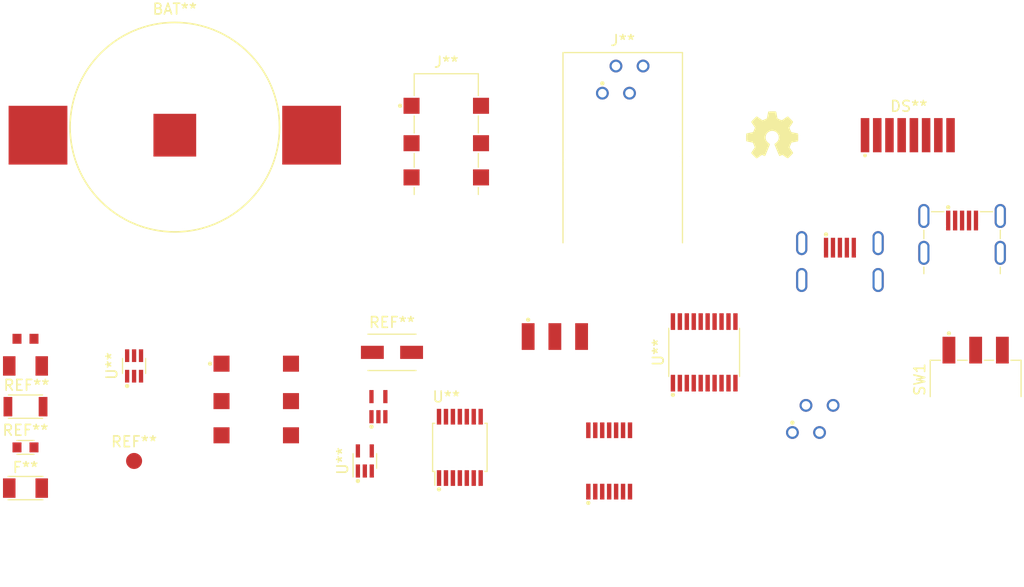
<source format=kicad_pcb>
(kicad_pcb (version 4) (host pcbnew 4.0.2+e4-6225~38~ubuntu16.04.1-stable)

  (general
    (links 0)
    (no_connects 0)
    (area 13.100238 12.475 111.405001 69.6058)
    (thickness 1.6)
    (drawings 0)
    (tracks 0)
    (zones 0)
    (modules 24)
    (nets 1)
  )

  (page A4)
  (title_block
    (title "Showcase for component footprints")
    (date 2016-10-02)
    (rev 1.0.0)
    (company iocapa)
    (comment 1 "Various footprints in the library")
  )

  (layers
    (0 F.Cu signal)
    (31 B.Cu signal)
    (32 B.Adhes user)
    (33 F.Adhes user)
    (34 B.Paste user)
    (35 F.Paste user)
    (36 B.SilkS user)
    (37 F.SilkS user)
    (38 B.Mask user)
    (39 F.Mask user)
    (40 Dwgs.User user)
    (41 Cmts.User user)
    (42 Eco1.User user)
    (43 Eco2.User user)
    (44 Edge.Cuts user)
    (45 Margin user)
    (46 B.CrtYd user)
    (47 F.CrtYd user)
    (48 B.Fab user)
    (49 F.Fab user)
  )

  (setup
    (last_trace_width 0.25)
    (trace_clearance 0.2)
    (zone_clearance 0.508)
    (zone_45_only no)
    (trace_min 0.2)
    (segment_width 0.2)
    (edge_width 0.15)
    (via_size 0.6)
    (via_drill 0.4)
    (via_min_size 0.4)
    (via_min_drill 0.3)
    (uvia_size 0.3)
    (uvia_drill 0.1)
    (uvias_allowed no)
    (uvia_min_size 0.2)
    (uvia_min_drill 0.1)
    (pcb_text_width 0.3)
    (pcb_text_size 1.5 1.5)
    (mod_edge_width 0.15)
    (mod_text_size 1 1)
    (mod_text_width 0.15)
    (pad_size 1.524 1.524)
    (pad_drill 0.762)
    (pad_to_mask_clearance 0.2)
    (aux_axis_origin 0 0)
    (visible_elements FFFFFF7F)
    (pcbplotparams
      (layerselection 0x00030_80000001)
      (usegerberextensions false)
      (excludeedgelayer true)
      (linewidth 0.100000)
      (plotframeref false)
      (viasonmask false)
      (mode 1)
      (useauxorigin false)
      (hpglpennumber 1)
      (hpglpenspeed 20)
      (hpglpendiameter 15)
      (hpglpenoverlay 2)
      (psnegative false)
      (psa4output false)
      (plotreference true)
      (plotvalue true)
      (plotinvisibletext false)
      (padsonsilk false)
      (subtractmaskfromsilk false)
      (outputformat 1)
      (mirror false)
      (drillshape 0)
      (scaleselection 1)
      (outputdirectory ""))
  )

  (net 0 "")

  (net_class Default "This is the default net class."
    (clearance 0.2)
    (trace_width 0.25)
    (via_dia 0.6)
    (via_drill 0.4)
    (uvia_dia 0.3)
    (uvia_drill 0.1)
  )

  (module footprints:BATTERY-CR2032-SMD (layer F.Cu) (tedit 57F0E690) (tstamp 57F10AB8)
    (at 31.75 25.4)
    (fp_text reference BAT** (at 0 -11.8) (layer F.SilkS)
      (effects (font (size 1 1) (thickness 0.15)))
    )
    (fp_text value BATTERY-CR2032-SMD (at 0 10.5) (layer F.Fab) hide
      (effects (font (size 1 1) (thickness 0.15)))
    )
    (fp_line (start -10.8 3) (end -10.8 9.465) (layer F.CrtYd) (width 0.05))
    (fp_line (start -15.8 3) (end -10.8 3) (layer F.CrtYd) (width 0.05))
    (fp_line (start -15.8 -3) (end -15.8 3) (layer F.CrtYd) (width 0.05))
    (fp_line (start -10.8 -3) (end -15.8 -3) (layer F.CrtYd) (width 0.05))
    (fp_line (start 10.8 9.465) (end 10.8 3) (layer F.CrtYd) (width 0.05))
    (fp_line (start 10.8 3) (end 15.8 3) (layer F.CrtYd) (width 0.05))
    (fp_line (start 15.8 3) (end 15.8 -3) (layer F.CrtYd) (width 0.05))
    (fp_line (start 15.8 -3) (end 10.8 -3) (layer F.CrtYd) (width 0.05))
    (fp_circle (center 0 -0.75) (end -9.8 -0.75) (layer F.SilkS) (width 0.15))
    (fp_line (start -10.8 -10.935) (end -10.8 -3) (layer F.CrtYd) (width 0.05))
    (fp_line (start -10.8 9.465) (end 10.8 9.465) (layer F.CrtYd) (width 0.05))
    (fp_line (start 10.8 -3) (end 10.8 -10.935) (layer F.CrtYd) (width 0.05))
    (fp_line (start -10.8 -10.935) (end 10.8 -10.935) (layer F.CrtYd) (width 0.05))
    (fp_line (start 0 -0.35) (end 0 0.35) (layer F.CrtYd) (width 0.05))
    (fp_line (start 0.35 0) (end -0.35 0) (layer F.CrtYd) (width 0.05))
    (fp_circle (center 0 0) (end -0.25 0) (layer F.CrtYd) (width 0.05))
    (fp_line (start -10.55 -10.685) (end 10.55 -10.685) (layer F.Fab) (width 0.12))
    (fp_line (start 10.55 -10.685) (end 10.55 9.215) (layer F.Fab) (width 0.12))
    (fp_line (start -10.55 9.215) (end 10.55 9.215) (layer F.Fab) (width 0.12))
    (fp_line (start -10.55 -10.685) (end -10.55 9.215) (layer F.Fab) (width 0.12))
    (pad 1 smd rect (at 12.8 0) (size 5.5 5.5) (layers F.Cu F.Paste F.Mask))
    (pad 1 smd rect (at -12.8 0) (size 5.5 5.5) (layers F.Cu F.Paste F.Mask))
    (pad 2 smd rect (at 0 0) (size 4 4) (layers F.Cu F.Paste F.Mask))
  )

  (module footprints:CHIP-0603 (layer F.Cu) (tedit 55436175) (tstamp 57F10DCC)
    (at 17.78 54.61)
    (fp_text reference REF** (at 0 -1.6002) (layer F.SilkS)
      (effects (font (size 1 1) (thickness 0.15)))
    )
    (fp_text value CHIP-0603 (at 0 1.5748) (layer F.Fab) hide
      (effects (font (size 1 1) (thickness 0.15)))
    )
    (fp_line (start -1.47 -0.72) (end -1.47 0.72) (layer F.CrtYd) (width 0.05))
    (fp_line (start -1.47 0.72) (end 1.47 0.72) (layer F.CrtYd) (width 0.05))
    (fp_line (start 1.47 0.72) (end 1.47 -0.72) (layer F.CrtYd) (width 0.05))
    (fp_line (start 1.47 -0.72) (end -1.47 -0.72) (layer F.CrtYd) (width 0.05))
    (fp_line (start 0 -0.35) (end 0 0.35) (layer F.CrtYd) (width 0.05))
    (fp_line (start 0.35 0) (end -0.35 0) (layer F.CrtYd) (width 0.05))
    (fp_circle (center 0 0) (end -0.25 0) (layer F.CrtYd) (width 0.05))
    (fp_line (start 0.85 -0.45) (end -0.85 -0.45) (layer F.Fab) (width 0.12))
    (fp_line (start 0.85 0.45) (end 0.85 -0.45) (layer F.Fab) (width 0.12))
    (fp_line (start -0.85 0.45) (end 0.85 0.45) (layer F.Fab) (width 0.12))
    (fp_line (start -0.85 -0.45) (end -0.85 0.45) (layer F.Fab) (width 0.12))
    (fp_line (start 0.8 0.645) (end -0.8 0.645) (layer F.SilkS) (width 0.12))
    (fp_line (start 0.8 -0.645) (end -0.8 -0.645) (layer F.SilkS) (width 0.12))
    (pad 1 smd rect (at -0.795 0) (size 0.84 0.93) (layers F.Cu F.Paste F.Mask))
    (pad 2 smd rect (at 0.795 0) (size 0.84 0.93) (layers F.Cu F.Paste F.Mask))
  )

  (module footprints:CHIP-0603-NO-SILK (layer F.Cu) (tedit 555F9467) (tstamp 57F110B1)
    (at 17.78 44.45)
    (fp_text reference REF** (at 0 -1.6002) (layer F.SilkS) hide
      (effects (font (size 1 1) (thickness 0.15)))
    )
    (fp_text value CHIP-0603 (at 0 1.5748) (layer F.Fab) hide
      (effects (font (size 1 1) (thickness 0.15)))
    )
    (fp_line (start -1.47 -0.72) (end -1.47 0.72) (layer F.CrtYd) (width 0.05))
    (fp_line (start -1.47 0.72) (end 1.47 0.72) (layer F.CrtYd) (width 0.05))
    (fp_line (start 1.47 0.72) (end 1.47 -0.72) (layer F.CrtYd) (width 0.05))
    (fp_line (start 1.47 -0.72) (end -1.47 -0.72) (layer F.CrtYd) (width 0.05))
    (fp_line (start 0 -0.35) (end 0 0.35) (layer F.CrtYd) (width 0.05))
    (fp_line (start 0.35 0) (end -0.35 0) (layer F.CrtYd) (width 0.05))
    (fp_circle (center 0 0) (end -0.25 0) (layer F.CrtYd) (width 0.05))
    (fp_line (start 0.85 -0.45) (end -0.85 -0.45) (layer F.Fab) (width 0.12))
    (fp_line (start 0.85 0.45) (end 0.85 -0.45) (layer F.Fab) (width 0.12))
    (fp_line (start -0.85 0.45) (end 0.85 0.45) (layer F.Fab) (width 0.12))
    (fp_line (start -0.85 -0.45) (end -0.85 0.45) (layer F.Fab) (width 0.12))
    (pad 1 smd rect (at -0.795 0) (size 0.84 0.93) (layers F.Cu F.Paste F.Mask))
    (pad 2 smd rect (at 0.795 0) (size 0.84 0.93) (layers F.Cu F.Paste F.Mask))
  )

  (module footprints:CHIP-1206 (layer F.Cu) (tedit 57F0D2B9) (tstamp 57F11396)
    (at 17.78 50.8)
    (fp_text reference REF** (at 0.1 -2) (layer F.SilkS)
      (effects (font (size 1 1) (thickness 0.15)))
    )
    (fp_text value CHIP-1206 (at 0.1 2) (layer F.Fab) hide
      (effects (font (size 1 1) (thickness 0.15)))
    )
    (fp_line (start -2.31 -1.16) (end -2.31 1.16) (layer F.CrtYd) (width 0.05))
    (fp_line (start -2.31 1.16) (end 2.31 1.16) (layer F.CrtYd) (width 0.05))
    (fp_line (start 2.31 1.16) (end 2.31 -1.16) (layer F.CrtYd) (width 0.05))
    (fp_line (start 2.31 -1.16) (end -2.31 -1.16) (layer F.CrtYd) (width 0.05))
    (fp_line (start 0 -0.35) (end 0 0.35) (layer F.CrtYd) (width 0.05))
    (fp_line (start 0.35 0) (end -0.35 0) (layer F.CrtYd) (width 0.05))
    (fp_circle (center 0 0) (end -0.25 0) (layer F.CrtYd) (width 0.05))
    (fp_line (start 1.7 -0.9) (end -1.7 -0.9) (layer F.Fab) (width 0.12))
    (fp_line (start 1.7 0.9) (end 1.7 -0.9) (layer F.Fab) (width 0.12))
    (fp_line (start -1.7 0.9) (end 1.7 0.9) (layer F.Fab) (width 0.12))
    (fp_line (start -1.7 -0.9) (end -1.7 0.9) (layer F.Fab) (width 0.12))
    (fp_line (start 1.6 1.09) (end -1.6 1.09) (layer F.SilkS) (width 0.12))
    (fp_line (start 1.6 -1.09) (end -1.6 -1.09) (layer F.SilkS) (width 0.12))
    (pad 1 smd rect (at -1.645 0) (size 0.82 1.82) (layers F.Cu F.Paste F.Mask))
    (pad 2 smd rect (at 1.645 0) (size 0.82 1.82) (layers F.Cu F.Paste F.Mask))
  )

  (module footprints:FUSE-1206 (layer F.Cu) (tedit 55435BF4) (tstamp 57F1167F)
    (at 17.78 58.42)
    (fp_text reference F** (at 0 -1.9304) (layer F.SilkS)
      (effects (font (size 1 1) (thickness 0.15)))
    )
    (fp_text value FUSE-1206 (at 0 2.1336) (layer F.Fab) hide
      (effects (font (size 1 1) (thickness 0.15)))
    )
    (fp_circle (center 0 0) (end -0.25 0) (layer F.CrtYd) (width 0.05))
    (fp_line (start 0 -0.35) (end 0 0.35) (layer F.CrtYd) (width 0.05))
    (fp_line (start 0.35 0) (end -0.35 0) (layer F.CrtYd) (width 0.05))
    (fp_line (start 2.36 -1.16) (end -2.36 -1.16) (layer F.CrtYd) (width 0.05))
    (fp_line (start 2.36 1.16) (end 2.36 -1.16) (layer F.CrtYd) (width 0.05))
    (fp_line (start -2.36 1.16) (end 2.36 1.16) (layer F.CrtYd) (width 0.05))
    (fp_line (start -2.36 -1.16) (end -2.36 1.16) (layer F.CrtYd) (width 0.05))
    (fp_line (start -1.75 0.9) (end 1.75 0.9) (layer F.Fab) (width 0.12))
    (fp_line (start -1.75 -0.9) (end -1.75 0.9) (layer F.Fab) (width 0.12))
    (fp_line (start 1.75 -0.9) (end -1.75 -0.9) (layer F.Fab) (width 0.12))
    (fp_line (start 1.75 0.9) (end 1.75 -0.9) (layer F.Fab) (width 0.12))
    (fp_line (start 1.63 1.09) (end -1.63 1.09) (layer F.SilkS) (width 0.12))
    (fp_line (start 1.63 -1.09) (end -1.63 -1.09) (layer F.SilkS) (width 0.12))
    (pad 1 smd rect (at -1.52 0 90) (size 1.82 1.17) (layers F.Cu F.Paste F.Mask))
    (pad 2 smd rect (at 1.52 0 90) (size 1.82 1.17) (layers F.Cu F.Paste F.Mask))
  )

  (module footprints:FUSE-1206-NO-SILK (layer F.Cu) (tedit 555F9498) (tstamp 57F11964)
    (at 17.78 46.99)
    (fp_text reference F** (at 0 -1.9304) (layer F.SilkS) hide
      (effects (font (size 1 1) (thickness 0.15)))
    )
    (fp_text value FUSE-1206 (at 0 2.1336) (layer F.Fab) hide
      (effects (font (size 1 1) (thickness 0.15)))
    )
    (fp_circle (center 0 0) (end -0.25 0) (layer F.CrtYd) (width 0.05))
    (fp_line (start 0 -0.35) (end 0 0.35) (layer F.CrtYd) (width 0.05))
    (fp_line (start 0.35 0) (end -0.35 0) (layer F.CrtYd) (width 0.05))
    (fp_line (start 2.36 -1.16) (end -2.36 -1.16) (layer F.CrtYd) (width 0.05))
    (fp_line (start 2.36 1.16) (end 2.36 -1.16) (layer F.CrtYd) (width 0.05))
    (fp_line (start -2.36 1.16) (end 2.36 1.16) (layer F.CrtYd) (width 0.05))
    (fp_line (start -2.36 -1.16) (end -2.36 1.16) (layer F.CrtYd) (width 0.05))
    (fp_line (start -1.75 0.9) (end 1.75 0.9) (layer F.Fab) (width 0.12))
    (fp_line (start -1.75 -0.9) (end -1.75 0.9) (layer F.Fab) (width 0.12))
    (fp_line (start 1.75 -0.9) (end -1.75 -0.9) (layer F.Fab) (width 0.12))
    (fp_line (start 1.75 0.9) (end 1.75 -0.9) (layer F.Fab) (width 0.12))
    (pad 1 smd rect (at -1.52 0 90) (size 1.82 1.17) (layers F.Cu F.Paste F.Mask))
    (pad 2 smd rect (at 1.52 0 90) (size 1.82 1.17) (layers F.Cu F.Paste F.Mask))
  )

  (module footprints:JACK-3.5MM (layer F.Cu) (tedit 555F8443) (tstamp 57F11C89)
    (at 57.15 25.4)
    (fp_text reference J** (at 0 -6.8326) (layer F.SilkS)
      (effects (font (size 1 1) (thickness 0.15)))
    )
    (fp_text value JACK-3.5MM (at 0 9.4996) (layer F.Fab) hide
      (effects (font (size 1 1) (thickness 0.15)))
    )
    (fp_line (start -3.25 -6) (end -3.25 -3.75) (layer F.CrtYd) (width 0.05))
    (fp_line (start -3.25 -6) (end 3.25 -6) (layer F.CrtYd) (width 0.05))
    (fp_line (start 3.25 -6) (end 3.25 -3.75) (layer F.CrtYd) (width 0.05))
    (fp_line (start 3.25 -3.75) (end 4.25 -3.75) (layer F.CrtYd) (width 0.05))
    (fp_line (start 4.25 -3.75) (end 4.25 4.95) (layer F.CrtYd) (width 0.05))
    (fp_line (start 4.25 4.95) (end 3.25 4.95) (layer F.CrtYd) (width 0.05))
    (fp_line (start 3.25 4.95) (end 3.25 6) (layer F.CrtYd) (width 0.05))
    (fp_line (start 3.25 6) (end 2.75 6) (layer F.CrtYd) (width 0.05))
    (fp_line (start 2.75 8.5) (end 2.75 6) (layer F.CrtYd) (width 0.05))
    (fp_line (start -2.75 8.5) (end 2.75 8.5) (layer F.CrtYd) (width 0.05))
    (fp_line (start -2.75 8.5) (end -2.75 6) (layer F.CrtYd) (width 0.05))
    (fp_line (start -3.25 6) (end -2.75 6) (layer F.CrtYd) (width 0.05))
    (fp_line (start -3.25 4.95) (end -3.25 6) (layer F.CrtYd) (width 0.05))
    (fp_line (start -4.25 4.95) (end -3.25 4.95) (layer F.CrtYd) (width 0.05))
    (fp_line (start -4.25 -3.75) (end -4.25 4.95) (layer F.CrtYd) (width 0.05))
    (fp_line (start -3.25 -3.75) (end -4.25 -3.75) (layer F.CrtYd) (width 0.05))
    (fp_circle (center -4.32 -2.75) (end -4.22 -2.75) (layer F.SilkS) (width 0.2))
    (fp_circle (center 0 0) (end -0.25 0) (layer F.CrtYd) (width 0.05))
    (fp_line (start 0 -0.35) (end 0 0.35) (layer F.CrtYd) (width 0.05))
    (fp_line (start -0.35 0) (end 0.35 0) (layer F.CrtYd) (width 0.05))
    (fp_text user BOARD (at 0 6.985) (layer F.Fab)
      (effects (font (size 0.3 0.5) (thickness 0.05)))
    )
    (fp_line (start -2.5 8.25) (end -2.5 5.75) (layer F.Fab) (width 0.12))
    (fp_line (start -2.5 8.25) (end 2.5 8.25) (layer F.Fab) (width 0.12))
    (fp_line (start 2.5 8.25) (end 2.5 5.75) (layer F.Fab) (width 0.12))
    (fp_line (start -3 5.75) (end -3 -5.75) (layer F.Fab) (width 0.12))
    (fp_line (start 3 5.75) (end -3 5.75) (layer F.Fab) (width 0.12))
    (fp_line (start 3 -5.75) (end 3 5.75) (layer F.Fab) (width 0.12))
    (fp_line (start -3 -5.75) (end 3 -5.75) (layer F.Fab) (width 0.12))
    (fp_line (start 3 4.9) (end 3 5.55) (layer F.SilkS) (width 0.12))
    (fp_line (start -3 4.9) (end -3 5.55) (layer F.SilkS) (width 0.12))
    (fp_line (start 3 1.7) (end 3 3) (layer F.SilkS) (width 0.12))
    (fp_line (start 3 -1.8) (end 3 -0.2) (layer F.SilkS) (width 0.12))
    (fp_line (start -3 -3.7) (end -3 -5.75) (layer F.SilkS) (width 0.12))
    (fp_line (start -3 -5.75) (end 3 -5.75) (layer F.SilkS) (width 0.12))
    (fp_line (start 3 -3.7) (end 3 -5.75) (layer F.SilkS) (width 0.12))
    (fp_line (start -3 -1.8) (end -3 -0.2) (layer F.SilkS) (width 0.12))
    (fp_line (start -3 1.7) (end -3 3) (layer F.SilkS) (width 0.12))
    (fp_text user OUT (at 0 6.35) (layer F.Fab)
      (effects (font (size 0.3 0.5) (thickness 0.05)))
    )
    (fp_text user EDGE (at 0 7.6708) (layer F.Fab)
      (effects (font (size 0.3 0.5) (thickness 0.05)))
    )
    (pad 1 smd rect (at -3.25 -2.75) (size 1.5 1.5) (layers F.Cu F.Paste F.Mask))
    (pad 2 smd rect (at -3.25 0.75) (size 1.5 1.5) (layers F.Cu F.Paste F.Mask))
    (pad 3 smd rect (at -3.25 3.95) (size 1.5 1.5) (layers F.Cu F.Paste F.Mask))
    (pad 4 smd rect (at 3.25 3.95) (size 1.5 1.5) (layers F.Cu F.Paste F.Mask))
    (pad 5 smd rect (at 3.25 0.75) (size 1.5 1.5) (layers F.Cu F.Paste F.Mask))
    (pad 6 smd rect (at 3.25 -2.75) (size 1.5 1.5) (layers F.Cu F.Paste F.Mask))
    (pad "" np_thru_hole circle (at 0 3.25) (size 1.25 1.25) (drill 1.25) (layers *.Cu *.Mask))
    (pad "" np_thru_hole circle (at 0 -2.75) (size 1.25 1.25) (drill 1.25) (layers *.Cu *.Mask))
  )

  (module footprints:JACK-3.5MM-NO-SILK (layer F.Cu) (tedit 555F955C) (tstamp 57F11FE0)
    (at 39.37 49.53)
    (fp_text reference J** (at 0 -6.8326) (layer F.SilkS) hide
      (effects (font (size 1 1) (thickness 0.15)))
    )
    (fp_text value JACK-3.5MM (at 0 9.4996) (layer F.Fab) hide
      (effects (font (size 1 1) (thickness 0.15)))
    )
    (fp_line (start -3.25 -6) (end -3.25 -3.75) (layer F.CrtYd) (width 0.05))
    (fp_line (start -3.25 -6) (end 3.25 -6) (layer F.CrtYd) (width 0.05))
    (fp_line (start 3.25 -6) (end 3.25 -3.75) (layer F.CrtYd) (width 0.05))
    (fp_line (start 3.25 -3.75) (end 4.25 -3.75) (layer F.CrtYd) (width 0.05))
    (fp_line (start 4.25 -3.75) (end 4.25 4.95) (layer F.CrtYd) (width 0.05))
    (fp_line (start 4.25 4.95) (end 3.25 4.95) (layer F.CrtYd) (width 0.05))
    (fp_line (start 3.25 4.95) (end 3.25 6) (layer F.CrtYd) (width 0.05))
    (fp_line (start 3.25 6) (end 2.75 6) (layer F.CrtYd) (width 0.05))
    (fp_line (start 2.75 8.5) (end 2.75 6) (layer F.CrtYd) (width 0.05))
    (fp_line (start -2.75 8.5) (end 2.75 8.5) (layer F.CrtYd) (width 0.05))
    (fp_line (start -2.75 8.5) (end -2.75 6) (layer F.CrtYd) (width 0.05))
    (fp_line (start -3.25 6) (end -2.75 6) (layer F.CrtYd) (width 0.05))
    (fp_line (start -3.25 4.95) (end -3.25 6) (layer F.CrtYd) (width 0.05))
    (fp_line (start -4.25 4.95) (end -3.25 4.95) (layer F.CrtYd) (width 0.05))
    (fp_line (start -4.25 -3.75) (end -4.25 4.95) (layer F.CrtYd) (width 0.05))
    (fp_line (start -3.25 -3.75) (end -4.25 -3.75) (layer F.CrtYd) (width 0.05))
    (fp_circle (center -4.32 -2.75) (end -4.22 -2.75) (layer F.SilkS) (width 0.2))
    (fp_circle (center 0 0) (end -0.25 0) (layer F.CrtYd) (width 0.05))
    (fp_line (start 0 -0.35) (end 0 0.35) (layer F.CrtYd) (width 0.05))
    (fp_line (start -0.35 0) (end 0.35 0) (layer F.CrtYd) (width 0.05))
    (fp_text user BOARD (at 0 6.985) (layer F.Fab)
      (effects (font (size 0.3 0.5) (thickness 0.05)))
    )
    (fp_line (start -2.5 8.25) (end -2.5 5.75) (layer F.Fab) (width 0.12))
    (fp_line (start -2.5 8.25) (end 2.5 8.25) (layer F.Fab) (width 0.12))
    (fp_line (start 2.5 8.25) (end 2.5 5.75) (layer F.Fab) (width 0.12))
    (fp_line (start -3 5.75) (end -3 -5.75) (layer F.Fab) (width 0.12))
    (fp_line (start 3 5.75) (end -3 5.75) (layer F.Fab) (width 0.12))
    (fp_line (start 3 -5.75) (end 3 5.75) (layer F.Fab) (width 0.12))
    (fp_line (start -3 -5.75) (end 3 -5.75) (layer F.Fab) (width 0.12))
    (fp_text user OUT (at 0 6.35) (layer F.Fab)
      (effects (font (size 0.3 0.5) (thickness 0.05)))
    )
    (fp_text user EDGE (at 0 7.6708) (layer F.Fab)
      (effects (font (size 0.3 0.5) (thickness 0.05)))
    )
    (pad 1 smd rect (at -3.25 -2.75) (size 1.5 1.5) (layers F.Cu F.Paste F.Mask))
    (pad 2 smd rect (at -3.25 0.75) (size 1.5 1.5) (layers F.Cu F.Paste F.Mask))
    (pad 3 smd rect (at -3.25 3.95) (size 1.5 1.5) (layers F.Cu F.Paste F.Mask))
    (pad 4 smd rect (at 3.25 3.95) (size 1.5 1.5) (layers F.Cu F.Paste F.Mask))
    (pad 5 smd rect (at 3.25 0.75) (size 1.5 1.5) (layers F.Cu F.Paste F.Mask))
    (pad 6 smd rect (at 3.25 -2.75) (size 1.5 1.5) (layers F.Cu F.Paste F.Mask))
    (pad "" np_thru_hole circle (at 0 3.25) (size 1.25 1.25) (drill 1.25) (layers *.Cu *.Mask))
    (pad "" np_thru_hole circle (at 0 -2.75) (size 1.25 1.25) (drill 1.25) (layers *.Cu *.Mask))
  )

  (module footprints:MOLD-1812 (layer F.Cu) (tedit 57F0D5D6) (tstamp 57F122F7)
    (at 52.07 45.72)
    (fp_text reference REF** (at 0 -2.8) (layer F.SilkS)
      (effects (font (size 1 1) (thickness 0.15)))
    )
    (fp_text value MOLD-1812 (at 0.1 2.8) (layer F.Fab) hide
      (effects (font (size 1 1) (thickness 0.15)))
    )
    (fp_line (start -3.16 -1.95) (end -3.16 1.95) (layer F.CrtYd) (width 0.05))
    (fp_line (start -3.16 1.95) (end 3.16 1.95) (layer F.CrtYd) (width 0.05))
    (fp_line (start 3.16 1.95) (end 3.16 -1.95) (layer F.CrtYd) (width 0.05))
    (fp_line (start 3.16 -1.95) (end -3.16 -1.95) (layer F.CrtYd) (width 0.05))
    (fp_line (start 0 -0.35) (end 0 0.35) (layer F.CrtYd) (width 0.05))
    (fp_line (start 0.35 0) (end -0.35 0) (layer F.CrtYd) (width 0.05))
    (fp_circle (center 0 0) (end -0.25 0) (layer F.CrtYd) (width 0.05))
    (fp_line (start 2.4 -1.7) (end -2.4 -1.7) (layer F.Fab) (width 0.12))
    (fp_line (start 2.4 1.7) (end 2.4 -1.7) (layer F.Fab) (width 0.12))
    (fp_line (start -2.4 1.7) (end 2.4 1.7) (layer F.Fab) (width 0.12))
    (fp_line (start -2.4 -1.7) (end -2.4 1.7) (layer F.Fab) (width 0.12))
    (fp_line (start 2.25 1.7) (end -2.25 1.7) (layer F.SilkS) (width 0.12))
    (fp_line (start 2.25 -1.7) (end -2.25 -1.7) (layer F.SilkS) (width 0.12))
    (pad 1 smd rect (at -1.835 0) (size 2.14 1.23) (layers F.Cu F.Paste F.Mask))
    (pad 2 smd rect (at 1.835 0) (size 2.14 1.23) (layers F.Cu F.Paste F.Mask))
  )

  (module footprints:NOKIA-3410-DS (layer F.Cu) (tedit 57F0DE9A) (tstamp 57F125EA)
    (at 100.33 25.4)
    (fp_text reference DS** (at 0.1 -2.7) (layer F.SilkS)
      (effects (font (size 1 1) (thickness 0.15)))
    )
    (fp_text value NOKIA-3410-DS (at 0 2.9) (layer F.Fab) hide
      (effects (font (size 1 1) (thickness 0.15)))
    )
    (fp_circle (center -4 1.9) (end -3.9 1.9) (layer F.SilkS) (width 0.15))
    (fp_line (start -5.75 -1.85) (end -5.75 1.85) (layer F.CrtYd) (width 0.05))
    (fp_line (start -5.75 1.85) (end 5.75 1.85) (layer F.CrtYd) (width 0.05))
    (fp_line (start 5.75 -1.85) (end 5.75 1.85) (layer F.CrtYd) (width 0.05))
    (fp_line (start -5.75 -1.85) (end 5.75 -1.85) (layer F.CrtYd) (width 0.05))
    (fp_line (start 0 -0.35) (end 0 0.35) (layer F.CrtYd) (width 0.05))
    (fp_line (start 0.35 0) (end -0.35 0) (layer F.CrtYd) (width 0.05))
    (fp_circle (center 0 0) (end -0.25 0) (layer F.CrtYd) (width 0.05))
    (fp_line (start -5.5 -1) (end 5.5 -1) (layer F.Fab) (width 0.12))
    (fp_line (start 5.5 -1) (end 5.5 1) (layer F.Fab) (width 0.12))
    (fp_line (start -5.5 1) (end 5.5 1) (layer F.Fab) (width 0.12))
    (fp_line (start -5.5 -1) (end -5.5 1) (layer F.Fab) (width 0.12))
    (pad 8 smd rect (at 4 0) (size 0.8 3.2) (layers F.Cu F.Paste F.Mask))
    (pad 7 smd rect (at 2.857143 0) (size 0.8 3.2) (layers F.Cu F.Paste F.Mask))
    (pad 6 smd rect (at 1.714286 0) (size 0.8 3.2) (layers F.Cu F.Paste F.Mask))
    (pad 4 smd rect (at -0.571429 0) (size 0.8 3.2) (layers F.Cu F.Paste F.Mask))
    (pad 5 smd rect (at 0.571429 0) (size 0.8 3.2) (layers F.Cu F.Paste F.Mask))
    (pad 3 smd rect (at -1.714286 0) (size 0.8 3.2) (layers F.Cu F.Paste F.Mask))
    (pad 2 smd rect (at -2.857143 0) (size 0.8 3.2) (layers F.Cu F.Paste F.Mask))
    (pad 1 smd rect (at -4 0) (size 0.8 3.2) (layers F.Cu F.Paste F.Mask))
  )

  (module footprints:OSH_LOGO (layer F.Cu) (tedit 0) (tstamp 57F128C1)
    (at 87.63 25.4)
    (fp_text reference G*** (at 0 0) (layer F.SilkS) hide
      (effects (font (thickness 0.3)))
    )
    (fp_text value LOGO (at 0.75 0) (layer F.SilkS) hide
      (effects (font (thickness 0.3)))
    )
    (fp_poly (pts (xy 2.4003 0.208295) (xy 2.400181 0.307636) (xy 2.399695 0.384513) (xy 2.398643 0.441858)
      (xy 2.396827 0.482607) (xy 2.394051 0.509695) (xy 2.390115 0.526055) (xy 2.384824 0.534622)
      (xy 2.378075 0.538302) (xy 2.356063 0.543413) (xy 2.3161 0.551457) (xy 2.265258 0.561034)
      (xy 2.24155 0.565321) (xy 2.117801 0.587681) (xy 2.017073 0.606531) (xy 1.937298 0.622335)
      (xy 1.876409 0.635557) (xy 1.832339 0.646661) (xy 1.80302 0.65611) (xy 1.786385 0.664369)
      (xy 1.782009 0.668416) (xy 1.773299 0.685233) (xy 1.757362 0.720782) (xy 1.736022 0.770589)
      (xy 1.711098 0.830178) (xy 1.684411 0.895074) (xy 1.657782 0.960802) (xy 1.633034 1.022887)
      (xy 1.611985 1.076853) (xy 1.596458 1.118224) (xy 1.588274 1.142527) (xy 1.587464 1.146526)
      (xy 1.594376 1.159384) (xy 1.613738 1.190038) (xy 1.64352 1.235412) (xy 1.68169 1.292432)
      (xy 1.726219 1.358026) (xy 1.7526 1.39652) (xy 1.799945 1.46637) (xy 1.841988 1.530297)
      (xy 1.876672 1.585018) (xy 1.901942 1.627248) (xy 1.91574 1.653704) (xy 1.9177 1.660169)
      (xy 1.908866 1.675936) (xy 1.88377 1.706928) (xy 1.844515 1.750828) (xy 1.79321 1.805319)
      (xy 1.731957 1.868083) (xy 1.696686 1.903408) (xy 1.62769 1.971797) (xy 1.574215 2.024081)
      (xy 1.5339 2.062192) (xy 1.504384 2.088064) (xy 1.483305 2.103629) (xy 1.468303 2.110821)
      (xy 1.457016 2.111572) (xy 1.447084 2.107817) (xy 1.447038 2.107792) (xy 1.428193 2.096148)
      (xy 1.392068 2.072462) (xy 1.342264 2.039149) (xy 1.282386 1.998622) (xy 1.216038 1.953298)
      (xy 1.198983 1.941583) (xy 1.132693 1.896504) (xy 1.072898 1.856798) (xy 1.022937 1.824603)
      (xy 0.986146 1.80206) (xy 0.965865 1.791307) (xy 0.963542 1.7907) (xy 0.946001 1.796249)
      (xy 0.911705 1.811191) (xy 0.86631 1.832967) (xy 0.834429 1.849109) (xy 0.783464 1.873833)
      (xy 0.742639 1.890544) (xy 0.716612 1.89747) (xy 0.710212 1.896392) (xy 0.702727 1.882253)
      (xy 0.686899 1.847593) (xy 0.664015 1.795395) (xy 0.635363 1.728639) (xy 0.602229 1.650309)
      (xy 0.565901 1.563387) (xy 0.552058 1.530007) (xy 0.511417 1.43187) (xy 0.470535 1.333258)
      (xy 0.431366 1.238881) (xy 0.395866 1.153449) (xy 0.365992 1.081672) (xy 0.343698 1.028257)
      (xy 0.342215 1.024713) (xy 0.318446 0.96666) (xy 0.298801 0.91624) (xy 0.285174 0.878498)
      (xy 0.279463 0.858478) (xy 0.2794 0.857553) (xy 0.289106 0.842435) (xy 0.314784 0.81803)
      (xy 0.351272 0.789138) (xy 0.358775 0.783699) (xy 0.469563 0.692135) (xy 0.556364 0.592688)
      (xy 0.619538 0.484707) (xy 0.659446 0.367542) (xy 0.67645 0.240541) (xy 0.67716 0.20955)
      (xy 0.666578 0.082535) (xy 0.633408 -0.034164) (xy 0.576826 -0.142612) (xy 0.49601 -0.244869)
      (xy 0.495377 -0.245547) (xy 0.400425 -0.329495) (xy 0.294542 -0.392157) (xy 0.180851 -0.433403)
      (xy 0.062475 -0.453105) (xy -0.057464 -0.451134) (xy -0.175843 -0.427362) (xy -0.28954 -0.38166)
      (xy -0.395431 -0.313899) (xy -0.43142 -0.28374) (xy -0.519804 -0.188532) (xy -0.585245 -0.082458)
      (xy -0.627561 0.034071) (xy -0.646569 0.160645) (xy -0.6477 0.201869) (xy -0.638645 0.328752)
      (xy -0.610541 0.442511) (xy -0.561983 0.54579) (xy -0.491562 0.641228) (xy -0.397874 0.73147)
      (xy -0.342612 0.774913) (xy -0.302571 0.806539) (xy -0.271946 0.834426) (xy -0.255523 0.854061)
      (xy -0.254 0.85849) (xy -0.258708 0.874088) (xy -0.272083 0.910288) (xy -0.293001 0.964256)
      (xy -0.320341 1.033155) (xy -0.352979 1.114151) (xy -0.389793 1.204408) (xy -0.420746 1.279563)
      (xy -0.462042 1.379483) (xy -0.501943 1.476158) (xy -0.538971 1.565996) (xy -0.571648 1.645405)
      (xy -0.598494 1.710794) (xy -0.618032 1.758569) (xy -0.625919 1.778) (xy -0.64994 1.836664)
      (xy -0.669029 1.874105) (xy -0.688403 1.892385) (xy -0.713279 1.893565) (xy -0.748873 1.879706)
      (xy -0.800404 1.852871) (xy -0.806786 1.849473) (xy -0.855627 1.824337) (xy -0.897068 1.804567)
      (xy -0.925397 1.792809) (xy -0.933724 1.7907) (xy -0.948527 1.79759) (xy -0.981044 1.816912)
      (xy -1.028101 1.846641) (xy -1.086528 1.884752) (xy -1.153151 1.929219) (xy -1.192355 1.9558)
      (xy -1.261682 2.002808) (xy -1.324043 2.044608) (xy -1.376381 2.07919) (xy -1.415635 2.104542)
      (xy -1.438748 2.118655) (xy -1.443517 2.1209) (xy -1.454646 2.112312) (xy -1.481149 2.088178)
      (xy -1.520468 2.05094) (xy -1.570046 2.003041) (xy -1.627325 1.946923) (xy -1.672403 1.902299)
      (xy -1.733518 1.840672) (xy -1.788104 1.783955) (xy -1.833678 1.734866) (xy -1.86776 1.69612)
      (xy -1.887868 1.670434) (xy -1.8923 1.661619) (xy -1.88533 1.645174) (xy -1.865796 1.611231)
      (xy -1.83576 1.563057) (xy -1.797286 1.503919) (xy -1.752438 1.437084) (xy -1.727573 1.400794)
      (xy -1.680322 1.331671) (xy -1.638332 1.269019) (xy -1.603659 1.216007) (xy -1.578359 1.175804)
      (xy -1.564488 1.151579) (xy -1.562473 1.146326) (xy -1.567009 1.128281) (xy -1.579729 1.091444)
      (xy -1.598796 1.040364) (xy -1.622371 0.97959) (xy -1.648617 0.913668) (xy -1.675695 0.847147)
      (xy -1.701768 0.784575) (xy -1.724998 0.7305) (xy -1.743547 0.68947) (xy -1.755576 0.666033)
      (xy -1.757843 0.662891) (xy -1.774549 0.655928) (xy -1.812507 0.645538) (xy -1.867932 0.63258)
      (xy -1.937039 0.617916) (xy -2.016045 0.602405) (xy -2.058537 0.594518) (xy -2.14107 0.579082)
      (xy -2.215608 0.564363) (xy -2.278373 0.55117) (xy -2.325588 0.540312) (xy -2.353475 0.532598)
      (xy -2.359026 0.530146) (xy -2.364553 0.513562) (xy -2.36902 0.476184) (xy -2.372437 0.422192)
      (xy -2.374815 0.355765) (xy -2.376164 0.281085) (xy -2.376495 0.202331) (xy -2.375818 0.123682)
      (xy -2.374144 0.049319) (xy -2.371482 -0.016578) (xy -2.367844 -0.06983) (xy -2.36324 -0.106256)
      (xy -2.35768 -0.121677) (xy -2.357394 -0.121816) (xy -2.340372 -0.125967) (xy -2.30209 -0.133979)
      (xy -2.246265 -0.145116) (xy -2.17662 -0.158643) (xy -2.096873 -0.173824) (xy -2.045079 -0.183542)
      (xy -1.961507 -0.199502) (xy -1.88627 -0.214571) (xy -1.822974 -0.227967) (xy -1.775226 -0.238913)
      (xy -1.746632 -0.246628) (xy -1.740101 -0.24945) (xy -1.73049 -0.266097) (xy -1.713576 -0.301559)
      (xy -1.691308 -0.351182) (xy -1.665638 -0.410312) (xy -1.638516 -0.474296) (xy -1.611893 -0.538479)
      (xy -1.587719 -0.598209) (xy -1.567946 -0.648832) (xy -1.554525 -0.685694) (xy -1.549405 -0.704142)
      (xy -1.5494 -0.704369) (xy -1.556346 -0.72086) (xy -1.575823 -0.754911) (xy -1.605794 -0.803278)
      (xy -1.644219 -0.862717) (xy -1.689059 -0.929982) (xy -1.716156 -0.969776) (xy -1.764046 -1.040169)
      (xy -1.807128 -1.104607) (xy -1.843271 -1.159814) (xy -1.870346 -1.202513) (xy -1.886224 -1.229429)
      (xy -1.88941 -1.236311) (xy -1.886622 -1.249132) (xy -1.872423 -1.271095) (xy -1.845371 -1.303846)
      (xy -1.804023 -1.349031) (xy -1.746937 -1.408294) (xy -1.675166 -1.480786) (xy -1.613507 -1.541902)
      (xy -1.5572 -1.596537) (xy -1.508873 -1.642237) (xy -1.471153 -1.676547) (xy -1.446668 -1.697013)
      (xy -1.438616 -1.7018) (xy -1.424123 -1.69485) (xy -1.391901 -1.675332) (xy -1.345028 -1.645246)
      (xy -1.286584 -1.60659) (xy -1.219645 -1.561364) (xy -1.17178 -1.528521) (xy -1.100601 -1.479713)
      (xy -1.035645 -1.435788) (xy -0.980049 -1.398818) (xy -0.936953 -1.370876) (xy -0.909495 -1.354035)
      (xy -0.901491 -1.350015) (xy -0.884222 -1.352996) (xy -0.848282 -1.364178) (xy -0.798337 -1.381724)
      (xy -0.73905 -1.403798) (xy -0.675084 -1.428566) (xy -0.611102 -1.454192) (xy -0.551768 -1.478838)
      (xy -0.501746 -1.500671) (xy -0.4657 -1.517853) (xy -0.448507 -1.528333) (xy -0.442093 -1.544465)
      (xy -0.432029 -1.58202) (xy -0.419123 -1.63741) (xy -0.404183 -1.707052) (xy -0.388014 -1.78736)
      (xy -0.375657 -1.851956) (xy -0.359425 -1.937637) (xy -0.344366 -2.015142) (xy -0.331196 -2.080937)
      (xy -0.320634 -2.131485) (xy -0.313397 -2.163249) (xy -0.310576 -2.172631) (xy -0.296189 -2.176023)
      (xy -0.259511 -2.17899) (xy -0.203648 -2.181418) (xy -0.131706 -2.183194) (xy -0.046792 -2.184206)
      (xy 0.013721 -2.1844) (xy 0.111434 -2.184355) (xy 0.186793 -2.184044) (xy 0.242845 -2.1832)
      (xy 0.282638 -2.181562) (xy 0.309217 -2.178862) (xy 0.32563 -2.174838) (xy 0.334924 -2.169224)
      (xy 0.340145 -2.161756) (xy 0.342779 -2.155825) (xy 0.348476 -2.135392) (xy 0.357787 -2.093937)
      (xy 0.369897 -2.035449) (xy 0.38399 -1.963918) (xy 0.399253 -1.883334) (xy 0.406863 -1.842018)
      (xy 0.422263 -1.759231) (xy 0.436763 -1.684265) (xy 0.449583 -1.620932) (xy 0.459938 -1.573044)
      (xy 0.467047 -1.544413) (xy 0.469168 -1.538459) (xy 0.483098 -1.52899) (xy 0.516094 -1.512159)
      (xy 0.563589 -1.489913) (xy 0.621018 -1.464204) (xy 0.683814 -1.436979) (xy 0.747411 -1.410187)
      (xy 0.807244 -1.385778) (xy 0.858745 -1.365701) (xy 0.89735 -1.351904) (xy 0.918492 -1.346337)
      (xy 0.919335 -1.346306) (xy 0.933315 -1.353246) (xy 0.965159 -1.372703) (xy 1.011855 -1.40272)
      (xy 1.070396 -1.441341) (xy 1.137771 -1.486607) (xy 1.19282 -1.524106) (xy 1.264862 -1.573094)
      (xy 1.330329 -1.616911) (xy 1.386217 -1.653602) (xy 1.429519 -1.681213) (xy 1.45723 -1.697787)
      (xy 1.466006 -1.7018) (xy 1.479604 -1.693044) (xy 1.507576 -1.6688) (xy 1.546921 -1.632111)
      (xy 1.594637 -1.586018) (xy 1.647723 -1.533561) (xy 1.703177 -1.477781) (xy 1.757999 -1.42172)
      (xy 1.809186 -1.368417) (xy 1.853739 -1.320915) (xy 1.888655 -1.282254) (xy 1.910932 -1.255474)
      (xy 1.9177 -1.244142) (xy 1.911874 -1.228015) (xy 1.894027 -1.196072) (xy 1.863601 -1.147457)
      (xy 1.820038 -1.081315) (xy 1.762781 -0.99679) (xy 1.691274 -0.893026) (xy 1.655996 -0.842266)
      (xy 1.623255 -0.793649) (xy 1.596832 -0.751357) (xy 1.579741 -0.720415) (xy 1.5748 -0.706875)
      (xy 1.579603 -0.69071) (xy 1.592737 -0.655838) (xy 1.612286 -0.606797) (xy 1.636336 -0.548123)
      (xy 1.662972 -0.484351) (xy 1.690279 -0.420019) (xy 1.716341 -0.359662) (xy 1.739245 -0.307816)
      (xy 1.757076 -0.269018) (xy 1.767917 -0.247804) (xy 1.769553 -0.245513) (xy 1.78339 -0.241411)
      (xy 1.818662 -0.23346) (xy 1.87182 -0.222389) (xy 1.939314 -0.208926) (xy 2.017597 -0.193798)
      (xy 2.070506 -0.183805) (xy 2.154519 -0.167934) (xy 2.230703 -0.15327) (xy 2.295334 -0.140553)
      (xy 2.344685 -0.130522) (xy 2.37503 -0.123916) (xy 2.382579 -0.121898) (xy 2.388157 -0.115705)
      (xy 2.392479 -0.100135) (xy 2.39569 -0.072502) (xy 2.397933 -0.030121) (xy 2.399353 0.029695)
      (xy 2.400094 0.109632) (xy 2.4003 0.208295) (xy 2.4003 0.208295)) (layer F.SilkS) (width 0.1))
  )

  (module footprints:RJ9-4P4C (layer F.Cu) (tedit 555F7A30) (tstamp 57F12B9E)
    (at 73.66 26.67)
    (fp_text reference J** (at 0 -10.1346) (layer F.SilkS)
      (effects (font (size 1 1) (thickness 0.15)))
    )
    (fp_text value RJ9-4P4C (at 0 10.2108) (layer F.Fab) hide
      (effects (font (size 1 1) (thickness 0.15)))
    )
    (fp_circle (center 0 0) (end -0.25 0) (layer F.CrtYd) (width 0.05))
    (fp_line (start -5.84 -9.25) (end 5.84 -9.25) (layer F.CrtYd) (width 0.05))
    (fp_line (start 5.84 -9.25) (end 5.84 9.25) (layer F.CrtYd) (width 0.05))
    (fp_line (start 5.84 9.25) (end -5.84 9.25) (layer F.CrtYd) (width 0.05))
    (fp_line (start -5.84 9.25) (end -5.84 -9.25) (layer F.CrtYd) (width 0.05))
    (fp_line (start 0 -0.35) (end 0 0.35) (layer F.CrtYd) (width 0.05))
    (fp_line (start -0.35 0) (end 0.35 0) (layer F.CrtYd) (width 0.05))
    (fp_line (start -5.59 9) (end -5.59 -9) (layer F.Fab) (width 0.12))
    (fp_line (start -5.59 -9) (end 5.59 -9) (layer F.Fab) (width 0.12))
    (fp_line (start 5.59 -9) (end 5.59 9) (layer F.Fab) (width 0.12))
    (fp_line (start 5.59 9) (end -5.59 9) (layer F.Fab) (width 0.12))
    (fp_line (start -5.59 8.8) (end -5.59 -9) (layer F.SilkS) (width 0.12))
    (fp_line (start -5.59 -9) (end 5.59 -9) (layer F.SilkS) (width 0.12))
    (fp_line (start 5.59 -9) (end 5.59 8.8) (layer F.SilkS) (width 0.12))
    (fp_circle (center 3.81 1.15) (end 5.75 1.15) (layer B.CrtYd) (width 0.05))
    (fp_circle (center -3.81 1.15) (end -5.75 1.15) (layer B.CrtYd) (width 0.05))
    (fp_circle (center -1.905 -6.12) (end -1.805 -6.12) (layer F.SilkS) (width 0.2))
    (pad 1 thru_hole circle (at -1.905 -5.2) (size 1.2 1.2) (drill 0.8) (layers *.Cu *.Mask))
    (pad 2 thru_hole circle (at -0.635 -7.74) (size 1.2 1.2) (drill 0.8) (layers *.Cu *.Mask))
    (pad 3 thru_hole circle (at 0.635 -5.2) (size 1.2 1.2) (drill 0.8) (layers *.Cu *.Mask))
    (pad 4 thru_hole circle (at 1.905 -7.74) (size 1.2 1.2) (drill 0.8) (layers *.Cu *.Mask))
    (pad "" np_thru_hole circle (at -3.81 1.15) (size 3.2 3.2) (drill 3.2) (layers *.Cu *.Mask))
    (pad "" np_thru_hole circle (at 3.81 1.15) (size 3.2 3.2) (drill 3.2) (layers *.Cu *.Mask))
  )

  (module footprints:RJ9-4P4C-NO-SILK (layer F.Cu) (tedit 555F957D) (tstamp 57F12EA1)
    (at 91.44 58.42)
    (fp_text reference J** (at 0 -10.1346) (layer F.SilkS) hide
      (effects (font (size 1 1) (thickness 0.15)))
    )
    (fp_text value RJ9-4P4C (at 0 10.2108) (layer F.Fab) hide
      (effects (font (size 1 1) (thickness 0.15)))
    )
    (fp_circle (center 0 0) (end -0.25 0) (layer F.CrtYd) (width 0.05))
    (fp_line (start -5.84 -9.25) (end 5.84 -9.25) (layer F.CrtYd) (width 0.05))
    (fp_line (start 5.84 -9.25) (end 5.84 9.25) (layer F.CrtYd) (width 0.05))
    (fp_line (start 5.84 9.25) (end -5.84 9.25) (layer F.CrtYd) (width 0.05))
    (fp_line (start -5.84 9.25) (end -5.84 -9.25) (layer F.CrtYd) (width 0.05))
    (fp_line (start 0 -0.35) (end 0 0.35) (layer F.CrtYd) (width 0.05))
    (fp_line (start -0.35 0) (end 0.35 0) (layer F.CrtYd) (width 0.05))
    (fp_line (start -5.59 9) (end -5.59 -9) (layer F.Fab) (width 0.12))
    (fp_line (start -5.59 -9) (end 5.59 -9) (layer F.Fab) (width 0.12))
    (fp_line (start 5.59 -9) (end 5.59 9) (layer F.Fab) (width 0.12))
    (fp_line (start 5.59 9) (end -5.59 9) (layer F.Fab) (width 0.12))
    (fp_circle (center 3.81 1.15) (end 5.75 1.15) (layer B.CrtYd) (width 0.05))
    (fp_circle (center -3.81 1.15) (end -5.75 1.15) (layer B.CrtYd) (width 0.05))
    (fp_circle (center -1.905 -6.12) (end -1.805 -6.12) (layer F.SilkS) (width 0.2))
    (pad 1 thru_hole circle (at -1.905 -5.2) (size 1.2 1.2) (drill 0.8) (layers *.Cu *.Mask))
    (pad 2 thru_hole circle (at -0.635 -7.74) (size 1.2 1.2) (drill 0.8) (layers *.Cu *.Mask))
    (pad 3 thru_hole circle (at 0.635 -5.2) (size 1.2 1.2) (drill 0.8) (layers *.Cu *.Mask))
    (pad 4 thru_hole circle (at 1.905 -7.74) (size 1.2 1.2) (drill 0.8) (layers *.Cu *.Mask))
    (pad "" np_thru_hole circle (at -3.81 1.15) (size 3.2 3.2) (drill 3.2) (layers *.Cu *.Mask))
    (pad "" np_thru_hole circle (at 3.81 1.15) (size 3.2 3.2) (drill 3.2) (layers *.Cu *.Mask))
  )

  (module footprints:SC-70 (layer F.Cu) (tedit 5543546F) (tstamp 57F131AE)
    (at 49.53 55.88)
    (fp_text reference U** (at -2.0828 0 90) (layer F.SilkS)
      (effects (font (size 1 1) (thickness 0.15)))
    )
    (fp_text value SC-70 (at 2.3114 0 90) (layer F.Fab) hide
      (effects (font (size 1 1) (thickness 0.15)))
    )
    (fp_line (start 0 -0.35) (end 0 0.35) (layer F.CrtYd) (width 0.05))
    (fp_line (start -0.35 0) (end 0.35 0) (layer F.CrtYd) (width 0.05))
    (fp_circle (center 0 0) (end -0.25 0) (layer F.CrtYd) (width 0.05))
    (fp_line (start 1.1 -1.81) (end -1.1 -1.81) (layer F.CrtYd) (width 0.05))
    (fp_line (start 1.1 -0.93) (end 1.1 -1.81) (layer F.CrtYd) (width 0.05))
    (fp_line (start 1.35 -0.93) (end 1.1 -0.93) (layer F.CrtYd) (width 0.05))
    (fp_line (start 1.35 0.93) (end 1.35 -0.93) (layer F.CrtYd) (width 0.05))
    (fp_line (start 1.1 0.93) (end 1.35 0.93) (layer F.CrtYd) (width 0.05))
    (fp_line (start 1.1 1.81) (end 1.1 0.93) (layer F.CrtYd) (width 0.05))
    (fp_line (start -1.1 1.81) (end 1.1 1.81) (layer F.CrtYd) (width 0.05))
    (fp_line (start -1.1 0.93) (end -1.1 1.81) (layer F.CrtYd) (width 0.05))
    (fp_line (start -1.35 0.93) (end -1.1 0.93) (layer F.CrtYd) (width 0.05))
    (fp_line (start -1.35 -0.93) (end -1.35 0.93) (layer F.CrtYd) (width 0.05))
    (fp_line (start -1.1 -0.93) (end -1.35 -0.93) (layer F.CrtYd) (width 0.05))
    (fp_line (start -1.1 -1.81) (end -1.1 -0.93) (layer F.CrtYd) (width 0.05))
    (fp_line (start -1.1 0.227) (end -1.1 -0.68) (layer F.Fab) (width 0.12))
    (fp_line (start 1.1 -0.68) (end 1.1 0.68) (layer F.Fab) (width 0.12))
    (fp_line (start -0.647 0.68) (end -1.1 0.227) (layer F.Fab) (width 0.12))
    (fp_line (start 1.1 0.68) (end -0.647 0.68) (layer F.Fab) (width 0.12))
    (fp_line (start -1.1 -0.68) (end 1.1 -0.68) (layer F.Fab) (width 0.12))
    (fp_circle (center -0.65 1.875) (end -0.55 1.875) (layer F.SilkS) (width 0.2))
    (fp_line (start -1.1 1.495) (end -1.1 -0.68) (layer F.SilkS) (width 0.12))
    (fp_line (start 1.1 -0.68) (end 1.1 0.68) (layer F.SilkS) (width 0.12))
    (pad 1 smd rect (at -0.65 0.94) (size 0.4 1.23) (layers F.Cu F.Paste F.Mask))
    (pad 2 smd rect (at 0 0.94) (size 0.4 1.23) (layers F.Cu F.Paste F.Mask))
    (pad 3 smd rect (at 0.65 0.94) (size 0.4 1.23) (layers F.Cu F.Paste F.Mask))
    (pad 4 smd rect (at 0.65 -0.94) (size 0.4 1.23) (layers F.Cu F.Paste F.Mask))
    (pad 5 smd rect (at -0.65 -0.94) (size 0.4 1.23) (layers F.Cu F.Paste F.Mask))
  )

  (module footprints:SC-70-6 (layer F.Cu) (tedit 57F0C5CB) (tstamp 57F134CB)
    (at 27.94 46.99)
    (fp_text reference U** (at -2.0828 0 90) (layer F.SilkS)
      (effects (font (size 1 1) (thickness 0.15)))
    )
    (fp_text value SC-70-6 (at 2.3114 0 90) (layer F.Fab) hide
      (effects (font (size 1 1) (thickness 0.15)))
    )
    (fp_line (start 0 -0.35) (end 0 0.35) (layer F.CrtYd) (width 0.05))
    (fp_line (start -0.35 0) (end 0.35 0) (layer F.CrtYd) (width 0.05))
    (fp_circle (center 0 0) (end -0.25 0) (layer F.CrtYd) (width 0.05))
    (fp_line (start 1.1 -1.81) (end -1.1 -1.81) (layer F.CrtYd) (width 0.05))
    (fp_line (start 1.1 -0.95) (end 1.1 -1.81) (layer F.CrtYd) (width 0.05))
    (fp_line (start 1.33 -0.95) (end 1.1 -0.95) (layer F.CrtYd) (width 0.05))
    (fp_line (start 1.33 0.95) (end 1.33 -0.95) (layer F.CrtYd) (width 0.05))
    (fp_line (start 1.1 0.95) (end 1.33 0.95) (layer F.CrtYd) (width 0.05))
    (fp_line (start 1.1 1.81) (end 1.1 0.95) (layer F.CrtYd) (width 0.05))
    (fp_line (start -1.1 1.81) (end 1.1 1.81) (layer F.CrtYd) (width 0.05))
    (fp_line (start -1.1 0.95) (end -1.1 1.81) (layer F.CrtYd) (width 0.05))
    (fp_line (start -1.33 0.95) (end -1.1 0.95) (layer F.CrtYd) (width 0.05))
    (fp_line (start -1.33 -0.95) (end -1.33 0.95) (layer F.CrtYd) (width 0.05))
    (fp_line (start -1.1 -0.95) (end -1.33 -0.95) (layer F.CrtYd) (width 0.05))
    (fp_line (start -1.1 -1.81) (end -1.1 -0.95) (layer F.CrtYd) (width 0.05))
    (fp_line (start -1.08 0.7) (end -1.08 -0.7) (layer F.Fab) (width 0.12))
    (fp_line (start 1.08 -0.7) (end 1.08 0.7) (layer F.Fab) (width 0.12))
    (fp_line (start 1.08 0.7) (end -1.08 0.7) (layer F.Fab) (width 0.12))
    (fp_line (start -1.08 -0.7) (end 1.08 -0.7) (layer F.Fab) (width 0.12))
    (fp_circle (center -0.65 1.875) (end -0.55 1.875) (layer F.SilkS) (width 0.2))
    (fp_line (start -1.08 0.7) (end -1.08 -0.7) (layer F.SilkS) (width 0.12))
    (fp_line (start 1.08 -0.7) (end 1.08 0.7) (layer F.SilkS) (width 0.12))
    (pad 6 smd rect (at -0.65 -0.96) (size 0.4 1.19) (layers F.Cu F.Paste F.Mask))
    (pad 5 smd rect (at 0 -0.96) (size 0.4 1.19) (layers F.Cu F.Paste F.Mask))
    (pad 1 smd rect (at -0.65 0.96) (size 0.4 1.19) (layers F.Cu F.Paste F.Mask))
    (pad 2 smd rect (at 0 0.96) (size 0.4 1.19) (layers F.Cu F.Paste F.Mask))
    (pad 4 smd rect (at 0.65 -0.96) (size 0.4 1.19) (layers F.Cu F.Paste F.Mask))
    (pad 3 smd rect (at 0.65 0.96) (size 0.4 1.19) (layers F.Cu F.Paste F.Mask))
  )

  (module footprints:SC-70-NO-SILK (layer F.Cu) (tedit 555F94E8) (tstamp 57F137E4)
    (at 50.8 50.8)
    (fp_text reference U** (at -2.0828 0 90) (layer F.SilkS) hide
      (effects (font (size 1 1) (thickness 0.15)))
    )
    (fp_text value SC-70 (at 2.3114 0 90) (layer F.Fab) hide
      (effects (font (size 1 1) (thickness 0.15)))
    )
    (fp_line (start 0 -0.35) (end 0 0.35) (layer F.CrtYd) (width 0.05))
    (fp_line (start -0.35 0) (end 0.35 0) (layer F.CrtYd) (width 0.05))
    (fp_circle (center 0 0) (end -0.25 0) (layer F.CrtYd) (width 0.05))
    (fp_line (start 1.1 -1.81) (end -1.1 -1.81) (layer F.CrtYd) (width 0.05))
    (fp_line (start 1.1 -0.93) (end 1.1 -1.81) (layer F.CrtYd) (width 0.05))
    (fp_line (start 1.35 -0.93) (end 1.1 -0.93) (layer F.CrtYd) (width 0.05))
    (fp_line (start 1.35 0.93) (end 1.35 -0.93) (layer F.CrtYd) (width 0.05))
    (fp_line (start 1.1 0.93) (end 1.35 0.93) (layer F.CrtYd) (width 0.05))
    (fp_line (start 1.1 1.81) (end 1.1 0.93) (layer F.CrtYd) (width 0.05))
    (fp_line (start -1.1 1.81) (end 1.1 1.81) (layer F.CrtYd) (width 0.05))
    (fp_line (start -1.1 0.93) (end -1.1 1.81) (layer F.CrtYd) (width 0.05))
    (fp_line (start -1.35 0.93) (end -1.1 0.93) (layer F.CrtYd) (width 0.05))
    (fp_line (start -1.35 -0.93) (end -1.35 0.93) (layer F.CrtYd) (width 0.05))
    (fp_line (start -1.1 -0.93) (end -1.35 -0.93) (layer F.CrtYd) (width 0.05))
    (fp_line (start -1.1 -1.81) (end -1.1 -0.93) (layer F.CrtYd) (width 0.05))
    (fp_line (start -1.1 0.227) (end -1.1 -0.68) (layer F.Fab) (width 0.12))
    (fp_line (start 1.1 -0.68) (end 1.1 0.68) (layer F.Fab) (width 0.12))
    (fp_line (start -0.647 0.68) (end -1.1 0.227) (layer F.Fab) (width 0.12))
    (fp_line (start 1.1 0.68) (end -0.647 0.68) (layer F.Fab) (width 0.12))
    (fp_line (start -1.1 -0.68) (end 1.1 -0.68) (layer F.Fab) (width 0.12))
    (fp_circle (center -0.65 1.875) (end -0.55 1.875) (layer F.SilkS) (width 0.2))
    (pad 1 smd rect (at -0.65 0.94) (size 0.4 1.23) (layers F.Cu F.Paste F.Mask))
    (pad 2 smd rect (at 0 0.94) (size 0.4 1.23) (layers F.Cu F.Paste F.Mask))
    (pad 3 smd rect (at 0.65 0.94) (size 0.4 1.23) (layers F.Cu F.Paste F.Mask))
    (pad 4 smd rect (at 0.65 -0.94) (size 0.4 1.23) (layers F.Cu F.Paste F.Mask))
    (pad 5 smd rect (at -0.65 -0.94) (size 0.4 1.23) (layers F.Cu F.Paste F.Mask))
  )

  (module footprints:SWITCH-SPDT (layer F.Cu) (tedit 555F79F0) (tstamp 57F13B13)
    (at 106.68 48.26)
    (fp_text reference SW1 (at -5.2324 0 90) (layer F.SilkS)
      (effects (font (size 1 1) (thickness 0.15)))
    )
    (fp_text value SWITCH_INV (at 0.1524 5.3594) (layer F.Fab) hide
      (effects (font (size 1 1) (thickness 0.15)))
    )
    (fp_line (start 0 -0.35) (end 0 0.35) (layer F.CrtYd) (width 0.05))
    (fp_line (start -0.35 0) (end 0.35 0) (layer F.CrtYd) (width 0.05))
    (fp_circle (center 0 0) (end -0.25 0) (layer F.CrtYd) (width 0.05))
    (fp_text user 2_3 (at 1.0414 2.794 90) (layer F.Fab)
      (effects (font (size 0.3 0.5) (thickness 0.05)))
    )
    (fp_text user 1_2 (at -0.9906 2.8194 90) (layer F.Fab)
      (effects (font (size 0.3 0.5) (thickness 0.05)))
    )
    (fp_circle (center -2.5 -4.32) (end -2.4 -4.32) (layer F.SilkS) (width 0.2))
    (fp_line (start -4.5 2.05) (end -4.5 -2.05) (layer F.CrtYd) (width 0.05))
    (fp_line (start -4.5 -2.05) (end -3.35 -2.05) (layer F.CrtYd) (width 0.05))
    (fp_line (start -3.35 -2.05) (end -3.35 -4.25) (layer F.CrtYd) (width 0.05))
    (fp_line (start -3.35 -4.25) (end 3.35 -4.25) (layer F.CrtYd) (width 0.05))
    (fp_line (start 3.35 -4.25) (end 3.35 -2.05) (layer F.CrtYd) (width 0.05))
    (fp_line (start 4.5 -2.05) (end 3.35 -2.05) (layer F.CrtYd) (width 0.05))
    (fp_line (start 4.5 -2.05) (end 4.5 2.05) (layer F.CrtYd) (width 0.05))
    (fp_line (start 2 2.05) (end 4.5 2.05) (layer F.CrtYd) (width 0.05))
    (fp_line (start 2 4.05) (end 2 2.05) (layer F.CrtYd) (width 0.05))
    (fp_line (start -2 4.05) (end 2 4.05) (layer F.CrtYd) (width 0.05))
    (fp_line (start -2 4.05) (end -2 2.05) (layer F.CrtYd) (width 0.05))
    (fp_line (start -4.5 2.05) (end -2 2.05) (layer F.CrtYd) (width 0.05))
    (fp_line (start 3.3 -1.8) (end 4.25 -1.8) (layer F.SilkS) (width 0.12))
    (fp_line (start 4.25 -1.8) (end 4.25 1.6) (layer F.SilkS) (width 0.12))
    (fp_line (start 0.8 -1.8) (end 1.7 -1.8) (layer F.SilkS) (width 0.12))
    (fp_line (start -1.7 -1.8) (end -0.8 -1.8) (layer F.SilkS) (width 0.12))
    (fp_line (start -4.25 1.6) (end -4.25 -1.8) (layer F.SilkS) (width 0.12))
    (fp_line (start -4.25 -1.8) (end -3.3 -1.8) (layer F.SilkS) (width 0.12))
    (fp_line (start 0.25 1.8) (end 0.25 3.8) (layer F.Fab) (width 0.12))
    (fp_line (start 0.25 3.8) (end 1.75 3.8) (layer F.Fab) (width 0.12))
    (fp_line (start 1.75 3.8) (end 1.75 1.8) (layer F.Fab) (width 0.12))
    (fp_line (start -1.75 1.8) (end -1.75 3.8) (layer F.Fab) (width 0.12))
    (fp_line (start -1.75 3.8) (end -0.25 3.8) (layer F.Fab) (width 0.12))
    (fp_line (start -0.25 3.8) (end -0.25 1.8) (layer F.Fab) (width 0.12))
    (fp_line (start -4.25 -1.8) (end 4.25 -1.8) (layer F.Fab) (width 0.12))
    (fp_line (start 4.25 -1.8) (end 4.25 1.8) (layer F.Fab) (width 0.12))
    (fp_line (start 4.25 1.8) (end -4.25 1.8) (layer F.Fab) (width 0.12))
    (fp_line (start -4.25 1.8) (end -4.25 -1.8) (layer F.Fab) (width 0.12))
    (pad 1 smd rect (at -2.5 -2.75) (size 1.2 2.5) (layers F.Cu F.Paste F.Mask))
    (pad 2 smd rect (at 0 -2.75) (size 1.2 2.5) (layers F.Cu F.Paste F.Mask))
    (pad 3 smd rect (at 2.5 -2.75) (size 1.2 2.5) (layers F.Cu F.Paste F.Mask))
    (pad "" np_thru_hole circle (at 3.4 0) (size 0.9 0.9) (drill 0.9) (layers *.Cu *.Mask))
    (pad "" np_thru_hole circle (at -3.4 0) (size 0.9 0.9) (drill 0.9) (layers *.Cu *.Mask))
  )

  (module footprints:SWITCH-SPDT-NO-SILK (layer F.Cu) (tedit 555F950E) (tstamp 57F13E50)
    (at 67.31 46.99)
    (fp_text reference SW1 (at -5.2324 0 90) (layer F.SilkS) hide
      (effects (font (size 1 1) (thickness 0.15)))
    )
    (fp_text value SWITCH_INV (at 0.1524 5.3594) (layer F.Fab) hide
      (effects (font (size 1 1) (thickness 0.15)))
    )
    (fp_line (start 0 -0.35) (end 0 0.35) (layer F.CrtYd) (width 0.05))
    (fp_line (start -0.35 0) (end 0.35 0) (layer F.CrtYd) (width 0.05))
    (fp_circle (center 0 0) (end -0.25 0) (layer F.CrtYd) (width 0.05))
    (fp_text user 2_3 (at 1.0414 2.794 90) (layer F.Fab)
      (effects (font (size 0.3 0.5) (thickness 0.05)))
    )
    (fp_text user 1_2 (at -0.9906 2.8194 90) (layer F.Fab)
      (effects (font (size 0.3 0.5) (thickness 0.05)))
    )
    (fp_circle (center -2.5 -4.32) (end -2.4 -4.32) (layer F.SilkS) (width 0.2))
    (fp_line (start -4.5 2.05) (end -4.5 -2.05) (layer F.CrtYd) (width 0.05))
    (fp_line (start -4.5 -2.05) (end -3.35 -2.05) (layer F.CrtYd) (width 0.05))
    (fp_line (start -3.35 -2.05) (end -3.35 -4.25) (layer F.CrtYd) (width 0.05))
    (fp_line (start -3.35 -4.25) (end 3.35 -4.25) (layer F.CrtYd) (width 0.05))
    (fp_line (start 3.35 -4.25) (end 3.35 -2.05) (layer F.CrtYd) (width 0.05))
    (fp_line (start 4.5 -2.05) (end 3.35 -2.05) (layer F.CrtYd) (width 0.05))
    (fp_line (start 4.5 -2.05) (end 4.5 2.05) (layer F.CrtYd) (width 0.05))
    (fp_line (start 2 2.05) (end 4.5 2.05) (layer F.CrtYd) (width 0.05))
    (fp_line (start 2 4.05) (end 2 2.05) (layer F.CrtYd) (width 0.05))
    (fp_line (start -2 4.05) (end 2 4.05) (layer F.CrtYd) (width 0.05))
    (fp_line (start -2 4.05) (end -2 2.05) (layer F.CrtYd) (width 0.05))
    (fp_line (start -4.5 2.05) (end -2 2.05) (layer F.CrtYd) (width 0.05))
    (fp_line (start 0.25 1.8) (end 0.25 3.8) (layer F.Fab) (width 0.12))
    (fp_line (start 0.25 3.8) (end 1.75 3.8) (layer F.Fab) (width 0.12))
    (fp_line (start 1.75 3.8) (end 1.75 1.8) (layer F.Fab) (width 0.12))
    (fp_line (start -1.75 1.8) (end -1.75 3.8) (layer F.Fab) (width 0.12))
    (fp_line (start -1.75 3.8) (end -0.25 3.8) (layer F.Fab) (width 0.12))
    (fp_line (start -0.25 3.8) (end -0.25 1.8) (layer F.Fab) (width 0.12))
    (fp_line (start -4.25 -1.8) (end 4.25 -1.8) (layer F.Fab) (width 0.12))
    (fp_line (start 4.25 -1.8) (end 4.25 1.8) (layer F.Fab) (width 0.12))
    (fp_line (start 4.25 1.8) (end -4.25 1.8) (layer F.Fab) (width 0.12))
    (fp_line (start -4.25 1.8) (end -4.25 -1.8) (layer F.Fab) (width 0.12))
    (pad 1 smd rect (at -2.5 -2.75) (size 1.2 2.5) (layers F.Cu F.Paste F.Mask))
    (pad 2 smd rect (at 0 -2.75) (size 1.2 2.5) (layers F.Cu F.Paste F.Mask))
    (pad 3 smd rect (at 2.5 -2.75) (size 1.2 2.5) (layers F.Cu F.Paste F.Mask))
    (pad "" np_thru_hole circle (at 3.4 0) (size 0.9 0.9) (drill 0.9) (layers *.Cu *.Mask))
    (pad "" np_thru_hole circle (at -3.4 0) (size 0.9 0.9) (drill 0.9) (layers *.Cu *.Mask))
  )

  (module footprints:TSSOP-14 (layer F.Cu) (tedit 55435175) (tstamp 57F14193)
    (at 58.42 54.61)
    (fp_text reference U** (at -1.27 -4.7244) (layer F.SilkS)
      (effects (font (size 1 1) (thickness 0.15)))
    )
    (fp_text value TSSOP-14 (at 0.1524 4.9784) (layer F.Fab) hide
      (effects (font (size 1 1) (thickness 0.15)))
    )
    (fp_line (start 2.41 -3.86) (end -2.41 -3.86) (layer F.CrtYd) (width 0.05))
    (fp_line (start 2.41 -2.5) (end 2.41 -3.86) (layer F.CrtYd) (width 0.05))
    (fp_line (start 2.8 -2.5) (end 2.41 -2.5) (layer F.CrtYd) (width 0.05))
    (fp_line (start 2.8 2.5) (end 2.8 -2.5) (layer F.CrtYd) (width 0.05))
    (fp_line (start 2.41 2.5) (end 2.8 2.5) (layer F.CrtYd) (width 0.05))
    (fp_line (start 2.41 3.86) (end 2.41 2.5) (layer F.CrtYd) (width 0.05))
    (fp_line (start -2.41 3.86) (end 2.41 3.86) (layer F.CrtYd) (width 0.05))
    (fp_line (start -2.41 2.5) (end -2.41 3.86) (layer F.CrtYd) (width 0.05))
    (fp_line (start -2.8 2.5) (end -2.41 2.5) (layer F.CrtYd) (width 0.05))
    (fp_line (start -2.8 -2.5) (end -2.8 2.5) (layer F.CrtYd) (width 0.05))
    (fp_line (start -2.41 -2.5) (end -2.8 -2.5) (layer F.CrtYd) (width 0.05))
    (fp_line (start -2.41 -3.86) (end -2.41 -2.5) (layer F.CrtYd) (width 0.05))
    (fp_line (start -0.35 0) (end 0.35 0) (layer F.CrtYd) (width 0.05))
    (fp_line (start 0 -0.35) (end 0 0.35) (layer F.CrtYd) (width 0.05))
    (fp_circle (center 0 0) (end -0.25 0) (layer F.CrtYd) (width 0.05))
    (fp_circle (center -1.95 3.925) (end -1.85 3.925) (layer F.SilkS) (width 0.2))
    (fp_line (start -2.55 -2.25) (end 2.55 -2.25) (layer F.Fab) (width 0.12))
    (fp_line (start 2.55 -2.25) (end 2.55 2.25) (layer F.Fab) (width 0.12))
    (fp_line (start 2.55 2.25) (end -1.28 2.25) (layer F.Fab) (width 0.12))
    (fp_line (start -1.28 2.25) (end -2.55 0.98) (layer F.Fab) (width 0.12))
    (fp_line (start -2.55 0.98) (end -2.55 -2.25) (layer F.Fab) (width 0.12))
    (fp_line (start 2.55 -2.25) (end 2.335 -2.25) (layer F.SilkS) (width 0.12))
    (fp_line (start 2.55 2.25) (end 2.55 -2.25) (layer F.SilkS) (width 0.12))
    (fp_line (start 2.335 2.25) (end 2.55 2.25) (layer F.SilkS) (width 0.12))
    (fp_line (start -2.55 -2.25) (end -2.335 -2.25) (layer F.SilkS) (width 0.12))
    (fp_line (start -2.55 2.25) (end -2.55 -2.25) (layer F.SilkS) (width 0.12))
    (fp_line (start -2.335 2.25) (end -2.55 2.25) (layer F.SilkS) (width 0.12))
    (fp_line (start -2.335 3.545) (end -2.335 2.25) (layer F.SilkS) (width 0.12))
    (pad 1 smd rect (at -1.95 2.87) (size 0.41 1.47) (layers F.Cu F.Paste F.Mask))
    (pad 2 smd rect (at -1.3 2.87) (size 0.41 1.47) (layers F.Cu F.Paste F.Mask))
    (pad 3 smd rect (at -0.65 2.87) (size 0.41 1.47) (layers F.Cu F.Paste F.Mask))
    (pad 4 smd rect (at 0 2.87) (size 0.41 1.47) (layers F.Cu F.Paste F.Mask))
    (pad 5 smd rect (at 0.65 2.87) (size 0.41 1.47) (layers F.Cu F.Paste F.Mask))
    (pad 6 smd rect (at 1.3 2.87) (size 0.41 1.47) (layers F.Cu F.Paste F.Mask))
    (pad 7 smd rect (at 1.95 2.87) (size 0.41 1.47) (layers F.Cu F.Paste F.Mask))
    (pad 8 smd rect (at 1.95 -2.87) (size 0.41 1.47) (layers F.Cu F.Paste F.Mask))
    (pad 9 smd rect (at 1.3 -2.87) (size 0.41 1.47) (layers F.Cu F.Paste F.Mask))
    (pad 10 smd rect (at 0.65 -2.87) (size 0.41 1.47) (layers F.Cu F.Paste F.Mask))
    (pad 11 smd rect (at 0 -2.87) (size 0.41 1.47) (layers F.Cu F.Paste F.Mask))
    (pad 12 smd rect (at -0.65 -2.87) (size 0.41 1.47) (layers F.Cu F.Paste F.Mask))
    (pad 13 smd rect (at -1.3 -2.87) (size 0.41 1.47) (layers F.Cu F.Paste F.Mask))
    (pad 14 smd rect (at -1.95 -2.87) (size 0.41 1.47) (layers F.Cu F.Paste F.Mask))
  )

  (module footprints:TSSOP-14-NO-SILK (layer F.Cu) (tedit 555F9525) (tstamp 57F144DA)
    (at 72.39 55.88)
    (fp_text reference U** (at -1.27 -4.7244) (layer F.SilkS) hide
      (effects (font (size 1 1) (thickness 0.15)))
    )
    (fp_text value TSSOP-14 (at 0.1524 4.9784) (layer F.Fab) hide
      (effects (font (size 1 1) (thickness 0.15)))
    )
    (fp_line (start 2.41 -3.86) (end -2.41 -3.86) (layer F.CrtYd) (width 0.05))
    (fp_line (start 2.41 -2.5) (end 2.41 -3.86) (layer F.CrtYd) (width 0.05))
    (fp_line (start 2.8 -2.5) (end 2.41 -2.5) (layer F.CrtYd) (width 0.05))
    (fp_line (start 2.8 2.5) (end 2.8 -2.5) (layer F.CrtYd) (width 0.05))
    (fp_line (start 2.41 2.5) (end 2.8 2.5) (layer F.CrtYd) (width 0.05))
    (fp_line (start 2.41 3.86) (end 2.41 2.5) (layer F.CrtYd) (width 0.05))
    (fp_line (start -2.41 3.86) (end 2.41 3.86) (layer F.CrtYd) (width 0.05))
    (fp_line (start -2.41 2.5) (end -2.41 3.86) (layer F.CrtYd) (width 0.05))
    (fp_line (start -2.8 2.5) (end -2.41 2.5) (layer F.CrtYd) (width 0.05))
    (fp_line (start -2.8 -2.5) (end -2.8 2.5) (layer F.CrtYd) (width 0.05))
    (fp_line (start -2.41 -2.5) (end -2.8 -2.5) (layer F.CrtYd) (width 0.05))
    (fp_line (start -2.41 -3.86) (end -2.41 -2.5) (layer F.CrtYd) (width 0.05))
    (fp_line (start -0.35 0) (end 0.35 0) (layer F.CrtYd) (width 0.05))
    (fp_line (start 0 -0.35) (end 0 0.35) (layer F.CrtYd) (width 0.05))
    (fp_circle (center 0 0) (end -0.25 0) (layer F.CrtYd) (width 0.05))
    (fp_circle (center -1.95 3.925) (end -1.85 3.925) (layer F.SilkS) (width 0.2))
    (fp_line (start -2.55 -2.25) (end 2.55 -2.25) (layer F.Fab) (width 0.12))
    (fp_line (start 2.55 -2.25) (end 2.55 2.25) (layer F.Fab) (width 0.12))
    (fp_line (start 2.55 2.25) (end -1.28 2.25) (layer F.Fab) (width 0.12))
    (fp_line (start -1.28 2.25) (end -2.55 0.98) (layer F.Fab) (width 0.12))
    (fp_line (start -2.55 0.98) (end -2.55 -2.25) (layer F.Fab) (width 0.12))
    (pad 1 smd rect (at -1.95 2.87) (size 0.41 1.47) (layers F.Cu F.Paste F.Mask))
    (pad 2 smd rect (at -1.3 2.87) (size 0.41 1.47) (layers F.Cu F.Paste F.Mask))
    (pad 3 smd rect (at -0.65 2.87) (size 0.41 1.47) (layers F.Cu F.Paste F.Mask))
    (pad 4 smd rect (at 0 2.87) (size 0.41 1.47) (layers F.Cu F.Paste F.Mask))
    (pad 5 smd rect (at 0.65 2.87) (size 0.41 1.47) (layers F.Cu F.Paste F.Mask))
    (pad 6 smd rect (at 1.3 2.87) (size 0.41 1.47) (layers F.Cu F.Paste F.Mask))
    (pad 7 smd rect (at 1.95 2.87) (size 0.41 1.47) (layers F.Cu F.Paste F.Mask))
    (pad 8 smd rect (at 1.95 -2.87) (size 0.41 1.47) (layers F.Cu F.Paste F.Mask))
    (pad 9 smd rect (at 1.3 -2.87) (size 0.41 1.47) (layers F.Cu F.Paste F.Mask))
    (pad 10 smd rect (at 0.65 -2.87) (size 0.41 1.47) (layers F.Cu F.Paste F.Mask))
    (pad 11 smd rect (at 0 -2.87) (size 0.41 1.47) (layers F.Cu F.Paste F.Mask))
    (pad 12 smd rect (at -0.65 -2.87) (size 0.41 1.47) (layers F.Cu F.Paste F.Mask))
    (pad 13 smd rect (at -1.3 -2.87) (size 0.41 1.47) (layers F.Cu F.Paste F.Mask))
    (pad 14 smd rect (at -1.95 -2.87) (size 0.41 1.47) (layers F.Cu F.Paste F.Mask))
  )

  (module footprints:TSSOP-20 (layer F.Cu) (tedit 57F0CF9C) (tstamp 57F14821)
    (at 81.28 45.72)
    (fp_text reference U** (at -4.3 0 90) (layer F.SilkS)
      (effects (font (size 1 1) (thickness 0.15)))
    )
    (fp_text value TSSOP-20 (at 4.6 0 90) (layer F.Fab) hide
      (effects (font (size 1 1) (thickness 0.15)))
    )
    (fp_line (start 0 -0.35) (end 0 0.35) (layer F.CrtYd) (width 0.05))
    (fp_line (start -0.35 0) (end 0.35 0) (layer F.CrtYd) (width 0.05))
    (fp_circle (center 0 0) (end -0.25 0) (layer F.CrtYd) (width 0.05))
    (fp_line (start 3.38 -3.91) (end -3.38 -3.91) (layer F.CrtYd) (width 0.05))
    (fp_line (start 3.38 -2.5) (end 3.38 -3.91) (layer F.CrtYd) (width 0.05))
    (fp_line (start 3.55 -2.5) (end 3.38 -2.5) (layer F.CrtYd) (width 0.05))
    (fp_line (start 3.55 2.5) (end 3.55 -2.5) (layer F.CrtYd) (width 0.05))
    (fp_line (start 3.38 2.5) (end 3.55 2.5) (layer F.CrtYd) (width 0.05))
    (fp_line (start 3.38 3.91) (end 3.38 2.5) (layer F.CrtYd) (width 0.05))
    (fp_line (start -3.38 3.91) (end 3.38 3.91) (layer F.CrtYd) (width 0.05))
    (fp_line (start -3.38 2.5) (end -3.38 3.91) (layer F.CrtYd) (width 0.05))
    (fp_line (start -3.55 2.5) (end -3.38 2.5) (layer F.CrtYd) (width 0.05))
    (fp_line (start -3.55 -2.5) (end -3.55 2.5) (layer F.CrtYd) (width 0.05))
    (fp_line (start -3.38 -2.5) (end -3.55 -2.5) (layer F.CrtYd) (width 0.05))
    (fp_line (start -3.38 -3.91) (end -3.38 -2.5) (layer F.CrtYd) (width 0.05))
    (fp_line (start -3.3 -2.25) (end -3.3 2.25) (layer F.Fab) (width 0.12))
    (fp_line (start 3.3 2.25) (end 3.3 -2.25) (layer F.Fab) (width 0.12))
    (fp_line (start -3.3 2.25) (end 3.3 2.25) (layer F.Fab) (width 0.12))
    (fp_line (start 3.3 -2.25) (end -3.3 -2.25) (layer F.Fab) (width 0.12))
    (fp_circle (center -2.925 3.975) (end -2.825 3.975) (layer F.SilkS) (width 0.2))
    (fp_line (start -3.31 2.25) (end -3.31 -2.25) (layer F.SilkS) (width 0.12))
    (fp_line (start 3.31 2.25) (end 3.31 -2.25) (layer F.SilkS) (width 0.12))
    (pad 20 smd rect (at -2.925 -2.88) (size 0.41 1.56) (layers F.Cu F.Paste F.Mask))
    (pad 19 smd rect (at -2.275 -2.88) (size 0.41 1.56) (layers F.Cu F.Paste F.Mask))
    (pad 18 smd rect (at -1.625 -2.88) (size 0.41 1.56) (layers F.Cu F.Paste F.Mask))
    (pad 17 smd rect (at -0.975 -2.88) (size 0.41 1.56) (layers F.Cu F.Paste F.Mask))
    (pad 16 smd rect (at -0.325 -2.88) (size 0.41 1.56) (layers F.Cu F.Paste F.Mask))
    (pad 15 smd rect (at 0.325 -2.88) (size 0.41 1.56) (layers F.Cu F.Paste F.Mask))
    (pad 14 smd rect (at 0.975 -2.88) (size 0.41 1.56) (layers F.Cu F.Paste F.Mask))
    (pad 13 smd rect (at 1.625 -2.88) (size 0.41 1.56) (layers F.Cu F.Paste F.Mask))
    (pad 12 smd rect (at 2.275 -2.88) (size 0.41 1.56) (layers F.Cu F.Paste F.Mask))
    (pad 11 smd rect (at 2.925 -2.88) (size 0.41 1.56) (layers F.Cu F.Paste F.Mask))
    (pad 10 smd rect (at 2.925 2.88) (size 0.41 1.56) (layers F.Cu F.Paste F.Mask))
    (pad 9 smd rect (at 2.275 2.88) (size 0.41 1.56) (layers F.Cu F.Paste F.Mask))
    (pad 8 smd rect (at 1.625 2.88) (size 0.41 1.56) (layers F.Cu F.Paste F.Mask))
    (pad 7 smd rect (at 0.975 2.88) (size 0.41 1.56) (layers F.Cu F.Paste F.Mask))
    (pad 6 smd rect (at 0.325 2.88) (size 0.41 1.56) (layers F.Cu F.Paste F.Mask))
    (pad 5 smd rect (at -0.325 2.88) (size 0.41 1.56) (layers F.Cu F.Paste F.Mask))
    (pad 4 smd rect (at -0.975 2.88) (size 0.41 1.56) (layers F.Cu F.Paste F.Mask))
    (pad 3 smd rect (at -1.625 2.88) (size 0.41 1.56) (layers F.Cu F.Paste F.Mask))
    (pad 2 smd rect (at -2.275 2.88) (size 0.41 1.56) (layers F.Cu F.Paste F.Mask))
    (pad 1 smd rect (at -2.925 2.88) (size 0.41 1.56) (layers F.Cu F.Paste F.Mask))
  )

  (module footprints:USB-MICRO-TH (layer F.Cu) (tedit 555F79C5) (tstamp 57F14B70)
    (at 105.41 35.56)
    (fp_text reference J1 (at 0.12192 0.06868) (layer F.SilkS) hide
      (effects (font (size 1 1) (thickness 0.15)))
    )
    (fp_text value M_USB_B (at 0.0254 4.8514) (layer F.Fab) hide
      (effects (font (size 1 1) (thickness 0.15)))
    )
    (fp_line (start -3.575 2.175) (end -3.575 2.8) (layer F.SilkS) (width 0.12))
    (fp_line (start -3.575 -1.275) (end -3.575 -0.475) (layer F.SilkS) (width 0.12))
    (fp_line (start 3.575 2.175) (end 3.575 2.8) (layer F.SilkS) (width 0.12))
    (fp_line (start 3.575 -1.275) (end 3.575 -0.475) (layer F.SilkS) (width 0.12))
    (fp_line (start 1.7 -3) (end 2.85 -3) (layer F.SilkS) (width 0.12))
    (fp_line (start -1.7 -3) (end -2.85 -3) (layer F.SilkS) (width 0.12))
    (fp_circle (center -1.3 -3.42) (end -1.2 -3.42) (layer F.SilkS) (width 0.2))
    (fp_text user OUT_BOARD_EDGE (at 0 3.302) (layer F.Fab)
      (effects (font (size 0.3 0.5) (thickness 0.05)))
    )
    (fp_line (start -3.575 3.6) (end 3.575 3.6) (layer F.Fab) (width 0.12))
    (fp_line (start -3.575 -3) (end 3.575 -3) (layer F.Fab) (width 0.12))
    (fp_line (start 3.575 3.6) (end 3.575 -3) (layer F.Fab) (width 0.12))
    (fp_line (start -3.575 3) (end 3.575 3) (layer F.Fab) (width 0.12))
    (fp_line (start -3.575 3.6) (end -3.575 -3) (layer F.Fab) (width 0.12))
    (fp_line (start -2.8 -3.35) (end -2.8 -3.975) (layer F.CrtYd) (width 0.05))
    (fp_line (start -2.8 -3.975) (end -4.35 -3.975) (layer F.CrtYd) (width 0.05))
    (fp_line (start -4.35 -3.975) (end -4.35 2.225) (layer F.CrtYd) (width 0.05))
    (fp_line (start -4.35 2.225) (end -3.825 2.225) (layer F.CrtYd) (width 0.05))
    (fp_line (start -3.825 2.225) (end -3.825 3.85) (layer F.CrtYd) (width 0.05))
    (fp_line (start 2.8 -3.35) (end 2.8 -3.975) (layer F.CrtYd) (width 0.05))
    (fp_line (start 2.8 -3.975) (end 4.35 -3.975) (layer F.CrtYd) (width 0.05))
    (fp_line (start 4.35 -3.975) (end 4.35 2.225) (layer F.CrtYd) (width 0.05))
    (fp_line (start 4.35 2.225) (end 3.825 2.225) (layer F.CrtYd) (width 0.05))
    (fp_line (start 3.825 2.225) (end 3.825 3.85) (layer F.CrtYd) (width 0.05))
    (fp_line (start 3.825 3.85) (end -3.825 3.85) (layer F.CrtYd) (width 0.05))
    (fp_line (start -2.8 -3.35) (end 2.8 -3.35) (layer F.CrtYd) (width 0.05))
    (fp_line (start -0.35 0) (end 0.35 0) (layer F.CrtYd) (width 0.05))
    (fp_line (start 0 -0.35) (end 0 0.35) (layer F.CrtYd) (width 0.05))
    (fp_circle (center 0 0) (end -0.25 0) (layer F.CrtYd) (width 0.05))
    (pad 1 smd rect (at -1.3 -2.175) (size 0.4 1.85) (layers F.Cu F.Paste F.Mask))
    (pad 2 smd rect (at -0.65 -2.175) (size 0.4 1.85) (layers F.Cu F.Paste F.Mask))
    (pad 3 smd rect (at 0 -2.175) (size 0.4 1.85) (layers F.Cu F.Paste F.Mask))
    (pad 4 smd rect (at 0.65 -2.175) (size 0.4 1.85) (layers F.Cu F.Paste F.Mask))
    (pad 5 smd rect (at 1.3 -2.175) (size 0.4 1.85) (layers F.Cu F.Paste F.Mask))
    (pad "" np_thru_hole circle (at 2 -1.45) (size 0.8 0.8) (drill 0.8) (layers *.Cu *.Mask))
    (pad "" np_thru_hole circle (at -2 -1.45) (size 0.8 0.8) (drill 0.8) (layers *.Cu *.Mask))
    (pad 6 thru_hole oval (at 3.575 -2.6) (size 1.05 2.25) (drill oval 0.65 1.85) (layers *.Cu *.Mask F.Paste))
    (pad 8 thru_hole oval (at -3.575 -2.6) (size 1.05 2.25) (drill oval 0.65 1.85) (layers *.Cu *.Mask F.Paste))
    (pad 9 thru_hole oval (at -3.575 0.85) (size 1.05 2.25) (drill oval 0.65 1.85) (layers *.Cu *.Mask F.Paste))
    (pad 7 thru_hole oval (at 3.575 0.85) (size 1.05 2.25) (drill oval 0.65 1.85) (layers *.Cu *.Mask F.Paste))
  )

  (module footprints:USB-MICRO-TH-NO-SILK (layer F.Cu) (tedit 555F9538) (tstamp 57F14EAD)
    (at 93.98 38.1)
    (fp_text reference J1 (at 0.12192 0.06868) (layer F.SilkS) hide
      (effects (font (size 1 1) (thickness 0.15)))
    )
    (fp_text value M_USB_B (at 0.0254 4.8514) (layer F.Fab) hide
      (effects (font (size 1 1) (thickness 0.15)))
    )
    (fp_circle (center -1.3 -3.42) (end -1.2 -3.42) (layer F.SilkS) (width 0.2))
    (fp_text user OUT_BOARD_EDGE (at 0 3.302) (layer F.Fab)
      (effects (font (size 0.3 0.5) (thickness 0.05)))
    )
    (fp_line (start -3.575 3.6) (end 3.575 3.6) (layer F.Fab) (width 0.12))
    (fp_line (start -3.575 -3) (end 3.575 -3) (layer F.Fab) (width 0.12))
    (fp_line (start 3.575 3.6) (end 3.575 -3) (layer F.Fab) (width 0.12))
    (fp_line (start -3.575 3) (end 3.575 3) (layer F.Fab) (width 0.12))
    (fp_line (start -3.575 3.6) (end -3.575 -3) (layer F.Fab) (width 0.12))
    (fp_line (start -2.8 -3.35) (end -2.8 -3.975) (layer F.CrtYd) (width 0.05))
    (fp_line (start -2.8 -3.975) (end -4.35 -3.975) (layer F.CrtYd) (width 0.05))
    (fp_line (start -4.35 -3.975) (end -4.35 2.225) (layer F.CrtYd) (width 0.05))
    (fp_line (start -4.35 2.225) (end -3.825 2.225) (layer F.CrtYd) (width 0.05))
    (fp_line (start -3.825 2.225) (end -3.825 3.85) (layer F.CrtYd) (width 0.05))
    (fp_line (start 2.8 -3.35) (end 2.8 -3.975) (layer F.CrtYd) (width 0.05))
    (fp_line (start 2.8 -3.975) (end 4.35 -3.975) (layer F.CrtYd) (width 0.05))
    (fp_line (start 4.35 -3.975) (end 4.35 2.225) (layer F.CrtYd) (width 0.05))
    (fp_line (start 4.35 2.225) (end 3.825 2.225) (layer F.CrtYd) (width 0.05))
    (fp_line (start 3.825 2.225) (end 3.825 3.85) (layer F.CrtYd) (width 0.05))
    (fp_line (start 3.825 3.85) (end -3.825 3.85) (layer F.CrtYd) (width 0.05))
    (fp_line (start -2.8 -3.35) (end 2.8 -3.35) (layer F.CrtYd) (width 0.05))
    (fp_line (start -0.35 0) (end 0.35 0) (layer F.CrtYd) (width 0.05))
    (fp_line (start 0 -0.35) (end 0 0.35) (layer F.CrtYd) (width 0.05))
    (fp_circle (center 0 0) (end -0.25 0) (layer F.CrtYd) (width 0.05))
    (pad 1 smd rect (at -1.3 -2.175) (size 0.4 1.85) (layers F.Cu F.Paste F.Mask))
    (pad 2 smd rect (at -0.65 -2.175) (size 0.4 1.85) (layers F.Cu F.Paste F.Mask))
    (pad 3 smd rect (at 0 -2.175) (size 0.4 1.85) (layers F.Cu F.Paste F.Mask))
    (pad 4 smd rect (at 0.65 -2.175) (size 0.4 1.85) (layers F.Cu F.Paste F.Mask))
    (pad 5 smd rect (at 1.3 -2.175) (size 0.4 1.85) (layers F.Cu F.Paste F.Mask))
    (pad "" np_thru_hole circle (at 2 -1.45) (size 0.8 0.8) (drill 0.8) (layers *.Cu *.Mask))
    (pad "" np_thru_hole circle (at -2 -1.45) (size 0.8 0.8) (drill 0.8) (layers *.Cu *.Mask))
    (pad 6 thru_hole oval (at 3.575 -2.6) (size 1.05 2.25) (drill oval 0.65 1.85) (layers *.Cu *.Mask F.Paste))
    (pad 8 thru_hole oval (at -3.575 -2.6) (size 1.05 2.25) (drill oval 0.65 1.85) (layers *.Cu *.Mask F.Paste))
    (pad 9 thru_hole oval (at -3.575 0.85) (size 1.05 2.25) (drill oval 0.65 1.85) (layers *.Cu *.Mask F.Paste))
    (pad 7 thru_hole oval (at 3.575 0.85) (size 1.05 2.25) (drill oval 0.65 1.85) (layers *.Cu *.Mask F.Paste))
  )

  (module footprints:PAD_1_5MM (layer F.Cu) (tedit 57F0F84B) (tstamp 57F0FFBF)
    (at 27.94 55.88)
    (fp_text reference REF** (at 0 -1.8) (layer F.SilkS)
      (effects (font (size 1 1) (thickness 0.15)))
    )
    (fp_text value PAD_1_5MM (at 0 1.8) (layer F.Fab)
      (effects (font (size 1 1) (thickness 0.15)))
    )
    (fp_circle (center 0 0) (end 1 0) (layer F.CrtYd) (width 0.05))
    (pad 1 smd circle (at 0 0) (size 1.5 1.5) (layers F.Cu F.Paste F.Mask))
  )

)

</source>
